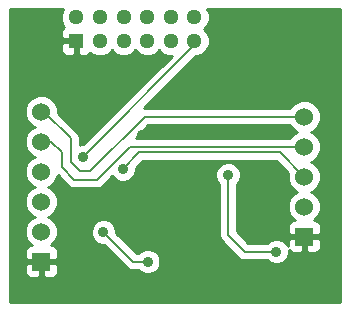
<source format=gbl>
G04 (created by PCBNEW-RS274X (2011-11-27 BZR 3249)-stable) date 10/09/2012 4:21:53 p.m.*
G01*
G70*
G90*
%MOIN*%
G04 Gerber Fmt 3.4, Leading zero omitted, Abs format*
%FSLAX34Y34*%
G04 APERTURE LIST*
%ADD10C,0.006000*%
%ADD11R,0.060000X0.060000*%
%ADD12C,0.060000*%
%ADD13R,0.051200X0.051200*%
%ADD14C,0.051200*%
%ADD15C,0.035000*%
%ADD16C,0.008000*%
%ADD17C,0.010000*%
G04 APERTURE END LIST*
G54D10*
G54D11*
X31989Y-14814D03*
G54D12*
X31989Y-13814D03*
X31989Y-12814D03*
X31989Y-11814D03*
X31989Y-10814D03*
G54D11*
X23228Y-15650D03*
G54D12*
X23228Y-14650D03*
X23228Y-13650D03*
X23228Y-12650D03*
X23228Y-11650D03*
X23228Y-10650D03*
G54D13*
X24390Y-08287D03*
G54D14*
X24390Y-07499D03*
X25178Y-08287D03*
X25178Y-07499D03*
X25965Y-08287D03*
X25965Y-07499D03*
X26753Y-08287D03*
X26753Y-07499D03*
X27540Y-08287D03*
X27540Y-07499D03*
X28328Y-08287D03*
X28328Y-07499D03*
G54D15*
X25945Y-12559D03*
X24606Y-12165D03*
X22441Y-10039D03*
X26575Y-11417D03*
X28543Y-11319D03*
X30118Y-14291D03*
X24016Y-13189D03*
X24410Y-16732D03*
X30020Y-07480D03*
X22441Y-07480D03*
X23524Y-07480D03*
X32874Y-16634D03*
X26378Y-16732D03*
X30906Y-12893D03*
X32874Y-13287D03*
X32874Y-10039D03*
X31299Y-11319D03*
X32874Y-07579D03*
X25591Y-08858D03*
X29036Y-09350D03*
X22441Y-16732D03*
X24016Y-15157D03*
X22441Y-15157D03*
X28347Y-09645D03*
X24508Y-08956D03*
X27166Y-08858D03*
X25295Y-14665D03*
X26772Y-15649D03*
X29449Y-12756D03*
X31063Y-15315D03*
G54D16*
X31183Y-12008D02*
X31989Y-12814D01*
X26496Y-12008D02*
X31183Y-12008D01*
X25945Y-12559D02*
X26496Y-12008D01*
X24213Y-11536D02*
X24213Y-12323D01*
X24213Y-12323D02*
X24528Y-12638D01*
X24528Y-12638D02*
X24842Y-12638D01*
X23327Y-10650D02*
X24213Y-11536D01*
X26666Y-10814D02*
X31989Y-10814D01*
X24842Y-12638D02*
X26666Y-10814D01*
X23228Y-10650D02*
X23327Y-10650D01*
X26178Y-11814D02*
X31989Y-11814D01*
X23898Y-12481D02*
X24330Y-12913D01*
X24330Y-12913D02*
X25079Y-12913D01*
X25079Y-12913D02*
X26178Y-11814D01*
X23898Y-12008D02*
X23898Y-12481D01*
X23228Y-11650D02*
X23540Y-11650D01*
X23540Y-11650D02*
X23898Y-12008D01*
X24606Y-12165D02*
X28328Y-08443D01*
X28328Y-08443D02*
X28328Y-08287D01*
X22441Y-16732D02*
X24410Y-16732D01*
X24016Y-15157D02*
X24016Y-13189D01*
X22441Y-10039D02*
X22441Y-15157D01*
X24410Y-15551D02*
X24016Y-15157D01*
X23524Y-07480D02*
X22441Y-07480D01*
X32874Y-16634D02*
X32874Y-13287D01*
X28445Y-11417D02*
X26575Y-11417D01*
X32874Y-10039D02*
X32874Y-07579D01*
X29036Y-08464D02*
X29036Y-09350D01*
X24410Y-16732D02*
X24410Y-15551D01*
X28543Y-11319D02*
X28445Y-11417D01*
X30118Y-14291D02*
X30641Y-14814D01*
X30020Y-07480D02*
X29036Y-08464D01*
X24508Y-08956D02*
X24606Y-08858D01*
X30641Y-14814D02*
X31989Y-14814D01*
X27166Y-08858D02*
X25591Y-08858D01*
X24606Y-08858D02*
X25591Y-08858D01*
X25295Y-14665D02*
X26279Y-15649D01*
X26279Y-15649D02*
X26772Y-15649D01*
X29449Y-12756D02*
X29449Y-14764D01*
X29449Y-14764D02*
X30000Y-15315D01*
X30000Y-15315D02*
X31063Y-15315D01*
G54D10*
G36*
X31762Y-11314D02*
X31678Y-11349D01*
X31524Y-11503D01*
X31515Y-11524D01*
X26366Y-11524D01*
X26786Y-11104D01*
X31515Y-11104D01*
X31524Y-11125D01*
X31678Y-11279D01*
X31762Y-11314D01*
X31762Y-11314D01*
G37*
G54D17*
X31762Y-11314D02*
X31678Y-11349D01*
X31524Y-11503D01*
X31515Y-11524D01*
X26366Y-11524D01*
X26786Y-11104D01*
X31515Y-11104D01*
X31524Y-11125D01*
X31678Y-11279D01*
X31762Y-11314D01*
G54D10*
G36*
X33179Y-16998D02*
X32539Y-16998D01*
X32539Y-14926D01*
X32477Y-14864D01*
X32039Y-14864D01*
X32039Y-15302D01*
X32101Y-15364D01*
X32240Y-15363D01*
X32339Y-15363D01*
X32430Y-15325D01*
X32500Y-15255D01*
X32538Y-15163D01*
X32539Y-14926D01*
X32539Y-16998D01*
X31939Y-16998D01*
X31939Y-15302D01*
X31939Y-14864D01*
X31501Y-14864D01*
X31439Y-14926D01*
X31439Y-15113D01*
X31424Y-15075D01*
X31304Y-14955D01*
X31148Y-14890D01*
X30979Y-14890D01*
X30823Y-14954D01*
X30752Y-15025D01*
X30120Y-15025D01*
X29739Y-14644D01*
X29739Y-13067D01*
X29809Y-12997D01*
X29874Y-12841D01*
X29874Y-12672D01*
X29810Y-12516D01*
X29690Y-12396D01*
X29534Y-12331D01*
X29365Y-12331D01*
X29209Y-12395D01*
X29089Y-12515D01*
X29024Y-12671D01*
X29024Y-12840D01*
X29088Y-12996D01*
X29159Y-13067D01*
X29159Y-14764D01*
X29181Y-14875D01*
X29244Y-14969D01*
X29795Y-15520D01*
X29889Y-15583D01*
X30000Y-15605D01*
X30752Y-15605D01*
X30822Y-15675D01*
X30978Y-15740D01*
X31147Y-15740D01*
X31303Y-15676D01*
X31423Y-15556D01*
X31488Y-15400D01*
X31488Y-15265D01*
X31548Y-15325D01*
X31639Y-15363D01*
X31738Y-15363D01*
X31877Y-15364D01*
X31939Y-15302D01*
X31939Y-16998D01*
X27197Y-16998D01*
X27197Y-15734D01*
X27197Y-15565D01*
X27133Y-15409D01*
X27013Y-15289D01*
X26857Y-15224D01*
X26688Y-15224D01*
X26532Y-15288D01*
X26461Y-15359D01*
X26399Y-15359D01*
X25720Y-14680D01*
X25720Y-14581D01*
X25656Y-14425D01*
X25536Y-14305D01*
X25380Y-14240D01*
X25211Y-14240D01*
X25055Y-14304D01*
X24935Y-14424D01*
X24870Y-14580D01*
X24870Y-14749D01*
X24934Y-14905D01*
X25054Y-15025D01*
X25210Y-15090D01*
X25310Y-15090D01*
X26074Y-15854D01*
X26168Y-15917D01*
X26279Y-15939D01*
X26461Y-15939D01*
X26531Y-16009D01*
X26687Y-16074D01*
X26856Y-16074D01*
X27012Y-16010D01*
X27132Y-15890D01*
X27197Y-15734D01*
X27197Y-16998D01*
X23778Y-16998D01*
X23778Y-15762D01*
X23716Y-15700D01*
X23278Y-15700D01*
X23278Y-16138D01*
X23340Y-16200D01*
X23479Y-16199D01*
X23578Y-16199D01*
X23669Y-16161D01*
X23739Y-16091D01*
X23777Y-15999D01*
X23778Y-15762D01*
X23778Y-16998D01*
X23178Y-16998D01*
X23178Y-16138D01*
X23178Y-15700D01*
X22740Y-15700D01*
X22678Y-15762D01*
X22679Y-15999D01*
X22717Y-16091D01*
X22787Y-16161D01*
X22878Y-16199D01*
X22977Y-16199D01*
X23116Y-16200D01*
X23178Y-16138D01*
X23178Y-16998D01*
X22175Y-16998D01*
X22175Y-07215D01*
X23961Y-07215D01*
X23885Y-07398D01*
X23885Y-07599D01*
X23962Y-07785D01*
X23995Y-07818D01*
X23993Y-07820D01*
X23923Y-07890D01*
X23885Y-07981D01*
X23885Y-08080D01*
X23884Y-08175D01*
X23946Y-08237D01*
X24290Y-08237D01*
X24340Y-08237D01*
X24440Y-08237D01*
X24440Y-08337D01*
X24440Y-08387D01*
X24440Y-08731D01*
X24502Y-08793D01*
X24695Y-08792D01*
X24787Y-08754D01*
X24857Y-08684D01*
X24858Y-08681D01*
X24892Y-08715D01*
X25077Y-08792D01*
X25278Y-08792D01*
X25464Y-08715D01*
X25571Y-08607D01*
X25679Y-08715D01*
X25864Y-08792D01*
X26065Y-08792D01*
X26251Y-08715D01*
X26359Y-08607D01*
X26467Y-08715D01*
X26652Y-08792D01*
X26853Y-08792D01*
X27039Y-08715D01*
X27146Y-08607D01*
X27254Y-08715D01*
X27439Y-08792D01*
X27568Y-08792D01*
X24620Y-11740D01*
X24522Y-11740D01*
X24503Y-11747D01*
X24503Y-11536D01*
X24502Y-11535D01*
X24481Y-11425D01*
X24480Y-11424D01*
X24418Y-11331D01*
X24417Y-11330D01*
X24340Y-11253D01*
X24340Y-08731D01*
X24340Y-08337D01*
X23946Y-08337D01*
X23884Y-08399D01*
X23885Y-08494D01*
X23885Y-08593D01*
X23923Y-08684D01*
X23993Y-08754D01*
X24085Y-08792D01*
X24278Y-08793D01*
X24340Y-08731D01*
X24340Y-11253D01*
X23777Y-10690D01*
X23777Y-10541D01*
X23693Y-10339D01*
X23539Y-10185D01*
X23337Y-10101D01*
X23119Y-10101D01*
X22917Y-10185D01*
X22763Y-10339D01*
X22679Y-10541D01*
X22679Y-10759D01*
X22763Y-10961D01*
X22917Y-11115D01*
X23001Y-11150D01*
X22917Y-11185D01*
X22763Y-11339D01*
X22679Y-11541D01*
X22679Y-11759D01*
X22763Y-11961D01*
X22917Y-12115D01*
X23001Y-12150D01*
X22917Y-12185D01*
X22763Y-12339D01*
X22679Y-12541D01*
X22679Y-12759D01*
X22763Y-12961D01*
X22917Y-13115D01*
X23001Y-13150D01*
X22917Y-13185D01*
X22763Y-13339D01*
X22679Y-13541D01*
X22679Y-13759D01*
X22763Y-13961D01*
X22917Y-14115D01*
X23001Y-14150D01*
X22917Y-14185D01*
X22763Y-14339D01*
X22679Y-14541D01*
X22679Y-14759D01*
X22763Y-14961D01*
X22903Y-15101D01*
X22878Y-15101D01*
X22787Y-15139D01*
X22717Y-15209D01*
X22679Y-15301D01*
X22678Y-15538D01*
X22740Y-15600D01*
X23128Y-15600D01*
X23178Y-15600D01*
X23278Y-15600D01*
X23328Y-15600D01*
X23716Y-15600D01*
X23778Y-15538D01*
X23777Y-15301D01*
X23739Y-15209D01*
X23669Y-15139D01*
X23578Y-15101D01*
X23553Y-15101D01*
X23693Y-14961D01*
X23777Y-14759D01*
X23777Y-14541D01*
X23693Y-14339D01*
X23539Y-14185D01*
X23454Y-14150D01*
X23539Y-14115D01*
X23693Y-13961D01*
X23777Y-13759D01*
X23777Y-13541D01*
X23693Y-13339D01*
X23539Y-13185D01*
X23454Y-13150D01*
X23539Y-13115D01*
X23693Y-12961D01*
X23773Y-12766D01*
X24124Y-13117D01*
X24125Y-13118D01*
X24218Y-13180D01*
X24219Y-13181D01*
X24329Y-13202D01*
X24330Y-13203D01*
X25079Y-13203D01*
X25190Y-13181D01*
X25284Y-13118D01*
X25593Y-12808D01*
X25704Y-12919D01*
X25860Y-12984D01*
X26029Y-12984D01*
X26185Y-12920D01*
X26305Y-12800D01*
X26370Y-12644D01*
X26370Y-12544D01*
X26616Y-12298D01*
X31063Y-12298D01*
X31448Y-12683D01*
X31440Y-12705D01*
X31440Y-12923D01*
X31524Y-13125D01*
X31678Y-13279D01*
X31762Y-13314D01*
X31678Y-13349D01*
X31524Y-13503D01*
X31440Y-13705D01*
X31440Y-13923D01*
X31524Y-14125D01*
X31664Y-14265D01*
X31639Y-14265D01*
X31548Y-14303D01*
X31478Y-14373D01*
X31440Y-14465D01*
X31439Y-14702D01*
X31501Y-14764D01*
X31889Y-14764D01*
X31939Y-14764D01*
X32039Y-14764D01*
X32089Y-14764D01*
X32477Y-14764D01*
X32539Y-14702D01*
X32538Y-14465D01*
X32500Y-14373D01*
X32430Y-14303D01*
X32339Y-14265D01*
X32314Y-14265D01*
X32454Y-14125D01*
X32538Y-13923D01*
X32538Y-13705D01*
X32454Y-13503D01*
X32300Y-13349D01*
X32215Y-13314D01*
X32300Y-13279D01*
X32454Y-13125D01*
X32538Y-12923D01*
X32538Y-12705D01*
X32454Y-12503D01*
X32300Y-12349D01*
X32215Y-12314D01*
X32300Y-12279D01*
X32454Y-12125D01*
X32538Y-11923D01*
X32538Y-11705D01*
X32454Y-11503D01*
X32300Y-11349D01*
X32215Y-11314D01*
X32300Y-11279D01*
X32454Y-11125D01*
X32538Y-10923D01*
X32538Y-10705D01*
X32454Y-10503D01*
X32300Y-10349D01*
X32098Y-10265D01*
X31880Y-10265D01*
X31678Y-10349D01*
X31524Y-10503D01*
X31515Y-10524D01*
X26666Y-10524D01*
X26655Y-10526D01*
X28389Y-08792D01*
X28428Y-08792D01*
X28614Y-08715D01*
X28756Y-08573D01*
X28833Y-08388D01*
X28833Y-08187D01*
X28756Y-08001D01*
X28648Y-07893D01*
X28756Y-07785D01*
X28833Y-07600D01*
X28833Y-07399D01*
X28756Y-07215D01*
X33179Y-07215D01*
X33179Y-16998D01*
X33179Y-16998D01*
G37*
G54D17*
X33179Y-16998D02*
X32539Y-16998D01*
X32539Y-14926D01*
X32477Y-14864D01*
X32039Y-14864D01*
X32039Y-15302D01*
X32101Y-15364D01*
X32240Y-15363D01*
X32339Y-15363D01*
X32430Y-15325D01*
X32500Y-15255D01*
X32538Y-15163D01*
X32539Y-14926D01*
X32539Y-16998D01*
X31939Y-16998D01*
X31939Y-15302D01*
X31939Y-14864D01*
X31501Y-14864D01*
X31439Y-14926D01*
X31439Y-15113D01*
X31424Y-15075D01*
X31304Y-14955D01*
X31148Y-14890D01*
X30979Y-14890D01*
X30823Y-14954D01*
X30752Y-15025D01*
X30120Y-15025D01*
X29739Y-14644D01*
X29739Y-13067D01*
X29809Y-12997D01*
X29874Y-12841D01*
X29874Y-12672D01*
X29810Y-12516D01*
X29690Y-12396D01*
X29534Y-12331D01*
X29365Y-12331D01*
X29209Y-12395D01*
X29089Y-12515D01*
X29024Y-12671D01*
X29024Y-12840D01*
X29088Y-12996D01*
X29159Y-13067D01*
X29159Y-14764D01*
X29181Y-14875D01*
X29244Y-14969D01*
X29795Y-15520D01*
X29889Y-15583D01*
X30000Y-15605D01*
X30752Y-15605D01*
X30822Y-15675D01*
X30978Y-15740D01*
X31147Y-15740D01*
X31303Y-15676D01*
X31423Y-15556D01*
X31488Y-15400D01*
X31488Y-15265D01*
X31548Y-15325D01*
X31639Y-15363D01*
X31738Y-15363D01*
X31877Y-15364D01*
X31939Y-15302D01*
X31939Y-16998D01*
X27197Y-16998D01*
X27197Y-15734D01*
X27197Y-15565D01*
X27133Y-15409D01*
X27013Y-15289D01*
X26857Y-15224D01*
X26688Y-15224D01*
X26532Y-15288D01*
X26461Y-15359D01*
X26399Y-15359D01*
X25720Y-14680D01*
X25720Y-14581D01*
X25656Y-14425D01*
X25536Y-14305D01*
X25380Y-14240D01*
X25211Y-14240D01*
X25055Y-14304D01*
X24935Y-14424D01*
X24870Y-14580D01*
X24870Y-14749D01*
X24934Y-14905D01*
X25054Y-15025D01*
X25210Y-15090D01*
X25310Y-15090D01*
X26074Y-15854D01*
X26168Y-15917D01*
X26279Y-15939D01*
X26461Y-15939D01*
X26531Y-16009D01*
X26687Y-16074D01*
X26856Y-16074D01*
X27012Y-16010D01*
X27132Y-15890D01*
X27197Y-15734D01*
X27197Y-16998D01*
X23778Y-16998D01*
X23778Y-15762D01*
X23716Y-15700D01*
X23278Y-15700D01*
X23278Y-16138D01*
X23340Y-16200D01*
X23479Y-16199D01*
X23578Y-16199D01*
X23669Y-16161D01*
X23739Y-16091D01*
X23777Y-15999D01*
X23778Y-15762D01*
X23778Y-16998D01*
X23178Y-16998D01*
X23178Y-16138D01*
X23178Y-15700D01*
X22740Y-15700D01*
X22678Y-15762D01*
X22679Y-15999D01*
X22717Y-16091D01*
X22787Y-16161D01*
X22878Y-16199D01*
X22977Y-16199D01*
X23116Y-16200D01*
X23178Y-16138D01*
X23178Y-16998D01*
X22175Y-16998D01*
X22175Y-07215D01*
X23961Y-07215D01*
X23885Y-07398D01*
X23885Y-07599D01*
X23962Y-07785D01*
X23995Y-07818D01*
X23993Y-07820D01*
X23923Y-07890D01*
X23885Y-07981D01*
X23885Y-08080D01*
X23884Y-08175D01*
X23946Y-08237D01*
X24290Y-08237D01*
X24340Y-08237D01*
X24440Y-08237D01*
X24440Y-08337D01*
X24440Y-08387D01*
X24440Y-08731D01*
X24502Y-08793D01*
X24695Y-08792D01*
X24787Y-08754D01*
X24857Y-08684D01*
X24858Y-08681D01*
X24892Y-08715D01*
X25077Y-08792D01*
X25278Y-08792D01*
X25464Y-08715D01*
X25571Y-08607D01*
X25679Y-08715D01*
X25864Y-08792D01*
X26065Y-08792D01*
X26251Y-08715D01*
X26359Y-08607D01*
X26467Y-08715D01*
X26652Y-08792D01*
X26853Y-08792D01*
X27039Y-08715D01*
X27146Y-08607D01*
X27254Y-08715D01*
X27439Y-08792D01*
X27568Y-08792D01*
X24620Y-11740D01*
X24522Y-11740D01*
X24503Y-11747D01*
X24503Y-11536D01*
X24502Y-11535D01*
X24481Y-11425D01*
X24480Y-11424D01*
X24418Y-11331D01*
X24417Y-11330D01*
X24340Y-11253D01*
X24340Y-08731D01*
X24340Y-08337D01*
X23946Y-08337D01*
X23884Y-08399D01*
X23885Y-08494D01*
X23885Y-08593D01*
X23923Y-08684D01*
X23993Y-08754D01*
X24085Y-08792D01*
X24278Y-08793D01*
X24340Y-08731D01*
X24340Y-11253D01*
X23777Y-10690D01*
X23777Y-10541D01*
X23693Y-10339D01*
X23539Y-10185D01*
X23337Y-10101D01*
X23119Y-10101D01*
X22917Y-10185D01*
X22763Y-10339D01*
X22679Y-10541D01*
X22679Y-10759D01*
X22763Y-10961D01*
X22917Y-11115D01*
X23001Y-11150D01*
X22917Y-11185D01*
X22763Y-11339D01*
X22679Y-11541D01*
X22679Y-11759D01*
X22763Y-11961D01*
X22917Y-12115D01*
X23001Y-12150D01*
X22917Y-12185D01*
X22763Y-12339D01*
X22679Y-12541D01*
X22679Y-12759D01*
X22763Y-12961D01*
X22917Y-13115D01*
X23001Y-13150D01*
X22917Y-13185D01*
X22763Y-13339D01*
X22679Y-13541D01*
X22679Y-13759D01*
X22763Y-13961D01*
X22917Y-14115D01*
X23001Y-14150D01*
X22917Y-14185D01*
X22763Y-14339D01*
X22679Y-14541D01*
X22679Y-14759D01*
X22763Y-14961D01*
X22903Y-15101D01*
X22878Y-15101D01*
X22787Y-15139D01*
X22717Y-15209D01*
X22679Y-15301D01*
X22678Y-15538D01*
X22740Y-15600D01*
X23128Y-15600D01*
X23178Y-15600D01*
X23278Y-15600D01*
X23328Y-15600D01*
X23716Y-15600D01*
X23778Y-15538D01*
X23777Y-15301D01*
X23739Y-15209D01*
X23669Y-15139D01*
X23578Y-15101D01*
X23553Y-15101D01*
X23693Y-14961D01*
X23777Y-14759D01*
X23777Y-14541D01*
X23693Y-14339D01*
X23539Y-14185D01*
X23454Y-14150D01*
X23539Y-14115D01*
X23693Y-13961D01*
X23777Y-13759D01*
X23777Y-13541D01*
X23693Y-13339D01*
X23539Y-13185D01*
X23454Y-13150D01*
X23539Y-13115D01*
X23693Y-12961D01*
X23773Y-12766D01*
X24124Y-13117D01*
X24125Y-13118D01*
X24218Y-13180D01*
X24219Y-13181D01*
X24329Y-13202D01*
X24330Y-13203D01*
X25079Y-13203D01*
X25190Y-13181D01*
X25284Y-13118D01*
X25593Y-12808D01*
X25704Y-12919D01*
X25860Y-12984D01*
X26029Y-12984D01*
X26185Y-12920D01*
X26305Y-12800D01*
X26370Y-12644D01*
X26370Y-12544D01*
X26616Y-12298D01*
X31063Y-12298D01*
X31448Y-12683D01*
X31440Y-12705D01*
X31440Y-12923D01*
X31524Y-13125D01*
X31678Y-13279D01*
X31762Y-13314D01*
X31678Y-13349D01*
X31524Y-13503D01*
X31440Y-13705D01*
X31440Y-13923D01*
X31524Y-14125D01*
X31664Y-14265D01*
X31639Y-14265D01*
X31548Y-14303D01*
X31478Y-14373D01*
X31440Y-14465D01*
X31439Y-14702D01*
X31501Y-14764D01*
X31889Y-14764D01*
X31939Y-14764D01*
X32039Y-14764D01*
X32089Y-14764D01*
X32477Y-14764D01*
X32539Y-14702D01*
X32538Y-14465D01*
X32500Y-14373D01*
X32430Y-14303D01*
X32339Y-14265D01*
X32314Y-14265D01*
X32454Y-14125D01*
X32538Y-13923D01*
X32538Y-13705D01*
X32454Y-13503D01*
X32300Y-13349D01*
X32215Y-13314D01*
X32300Y-13279D01*
X32454Y-13125D01*
X32538Y-12923D01*
X32538Y-12705D01*
X32454Y-12503D01*
X32300Y-12349D01*
X32215Y-12314D01*
X32300Y-12279D01*
X32454Y-12125D01*
X32538Y-11923D01*
X32538Y-11705D01*
X32454Y-11503D01*
X32300Y-11349D01*
X32215Y-11314D01*
X32300Y-11279D01*
X32454Y-11125D01*
X32538Y-10923D01*
X32538Y-10705D01*
X32454Y-10503D01*
X32300Y-10349D01*
X32098Y-10265D01*
X31880Y-10265D01*
X31678Y-10349D01*
X31524Y-10503D01*
X31515Y-10524D01*
X26666Y-10524D01*
X26655Y-10526D01*
X28389Y-08792D01*
X28428Y-08792D01*
X28614Y-08715D01*
X28756Y-08573D01*
X28833Y-08388D01*
X28833Y-08187D01*
X28756Y-08001D01*
X28648Y-07893D01*
X28756Y-07785D01*
X28833Y-07600D01*
X28833Y-07399D01*
X28756Y-07215D01*
X33179Y-07215D01*
X33179Y-16998D01*
M02*

</source>
